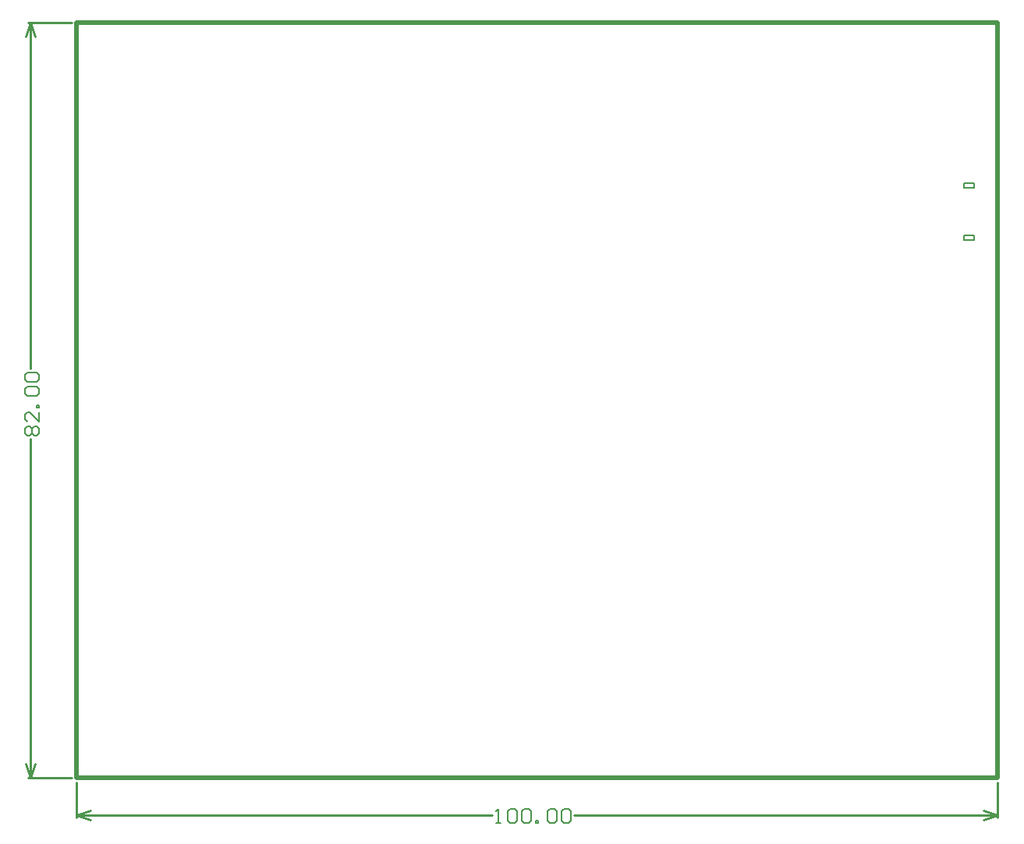
<source format=gbo>
G04*
G04 #@! TF.GenerationSoftware,Altium Limited,Altium Designer,18.1.9 (240)*
G04*
G04 Layer_Color=32896*
%FSLAX24Y24*%
%MOIN*%
G70*
G01*
G75*
%ADD15C,0.0100*%
%ADD17C,0.0200*%
%ADD18C,0.0060*%
%ADD21C,0.0050*%
D15*
X-2150Y600D02*
X-1950Y0D01*
X-1750Y600D01*
X-1950Y32283D02*
X-1750Y31683D01*
X-2150D02*
X-1950Y32283D01*
Y0D02*
Y14472D01*
Y17491D02*
Y32283D01*
X-2050Y0D02*
X-200D01*
X-2050Y32283D02*
X-200D01*
X0Y-1600D02*
X600Y-1400D01*
X0Y-1600D02*
X600Y-1800D01*
X38770D02*
X39370Y-1600D01*
X38770Y-1400D02*
X39370Y-1600D01*
X0D02*
X17766D01*
X21285D02*
X39370D01*
X0Y-1700D02*
Y-200D01*
X39370Y-1700D02*
Y-200D01*
D17*
X0Y0D02*
Y32283D01*
Y0D02*
X39370D01*
X0Y32283D02*
X39370D01*
Y0D02*
Y32283D01*
D18*
X-2090Y14632D02*
X-2190Y14732D01*
Y14932D01*
X-2090Y15032D01*
X-1990D01*
X-1890Y14932D01*
X-1790Y15032D01*
X-1690D01*
X-1590Y14932D01*
Y14732D01*
X-1690Y14632D01*
X-1790D01*
X-1890Y14732D01*
X-1990Y14632D01*
X-2090D01*
X-1890Y14732D02*
Y14932D01*
X-1590Y15632D02*
Y15232D01*
X-1990Y15632D01*
X-2090D01*
X-2190Y15532D01*
Y15332D01*
X-2090Y15232D01*
X-1590Y15832D02*
X-1690D01*
Y15932D01*
X-1590D01*
Y15832D01*
X-2090Y16332D02*
X-2190Y16432D01*
Y16632D01*
X-2090Y16731D01*
X-1690D01*
X-1590Y16632D01*
Y16432D01*
X-1690Y16332D01*
X-2090D01*
Y16931D02*
X-2190Y17031D01*
Y17231D01*
X-2090Y17331D01*
X-1690D01*
X-1590Y17231D01*
Y17031D01*
X-1690Y16931D01*
X-2090D01*
X17926Y-1960D02*
X18125D01*
X18026D01*
Y-1360D01*
X17926Y-1460D01*
X18425D02*
X18525Y-1360D01*
X18725D01*
X18825Y-1460D01*
Y-1860D01*
X18725Y-1960D01*
X18525D01*
X18425Y-1860D01*
Y-1460D01*
X19025D02*
X19125Y-1360D01*
X19325D01*
X19425Y-1460D01*
Y-1860D01*
X19325Y-1960D01*
X19125D01*
X19025Y-1860D01*
Y-1460D01*
X19625Y-1960D02*
Y-1860D01*
X19725D01*
Y-1960D01*
X19625D01*
X20125Y-1460D02*
X20225Y-1360D01*
X20425D01*
X20525Y-1460D01*
Y-1860D01*
X20425Y-1960D01*
X20225D01*
X20125Y-1860D01*
Y-1460D01*
X20725D02*
X20825Y-1360D01*
X21025D01*
X21125Y-1460D01*
Y-1860D01*
X21025Y-1960D01*
X20825D01*
X20725Y-1860D01*
Y-1460D01*
D21*
X38361Y25222D02*
Y25402D01*
X37921Y25222D02*
Y25402D01*
Y25222D02*
X38361D01*
X37921Y25402D02*
X38361D01*
Y22998D02*
Y23178D01*
X37921Y22998D02*
Y23178D01*
Y22998D02*
X38361D01*
X37921Y23178D02*
X38361D01*
M02*

</source>
